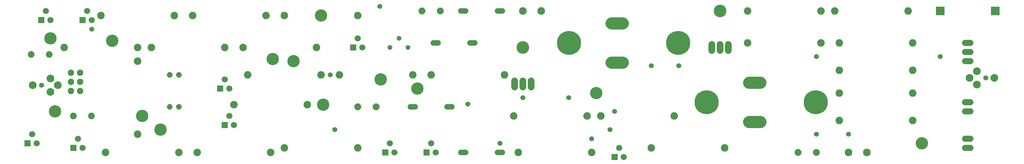
<source format=gbs>
G75*
G70*
%OFA0B0*%
%FSLAX24Y24*%
%IPPOS*%
%LPD*%
%AMOC8*
5,1,8,0,0,1.08239X$1,22.5*
%
%ADD10R,0.0670X0.0670*%
%ADD11C,0.0670*%
%ADD12OC8,0.0600*%
%ADD13C,0.0600*%
%ADD14C,0.0740*%
%ADD15C,0.1380*%
%ADD16C,0.1320*%
%ADD17C,0.2630*%
%ADD18R,0.0980X0.0980*%
%ADD19C,0.0820*%
%ADD20C,0.0680*%
%ADD21C,0.0840*%
%ADD22C,0.0552*%
%ADD23C,0.0520*%
%ADD24OC8,0.0680*%
%ADD25C,0.0730*%
%ADD26OC8,0.0710*%
%ADD27C,0.0830*%
%ADD28OC8,0.0830*%
%ADD29C,0.0540*%
%ADD30C,0.1346*%
D10*
X015331Y012180D03*
X010331Y012680D03*
X031831Y014680D03*
X031331Y018680D03*
X045831Y023180D03*
X016331Y026180D03*
X011831Y026180D03*
X049331Y011680D03*
X053831Y011680D03*
X074331Y011180D03*
D11*
X075331Y011180D03*
X074831Y012180D03*
X054831Y011680D03*
X054331Y012680D03*
X050331Y011680D03*
X049831Y012680D03*
X032831Y014680D03*
X032331Y015680D03*
X032331Y018680D03*
X031831Y019680D03*
X046331Y024180D03*
X046831Y023180D03*
X017331Y026180D03*
X016831Y027180D03*
X012831Y026180D03*
X012331Y027180D03*
X010831Y013680D03*
X011331Y012680D03*
X015831Y013180D03*
X016331Y012180D03*
D12*
X025831Y016680D03*
X026831Y016680D03*
X026831Y020180D03*
X025831Y020180D03*
D13*
X052071Y016680D02*
X052591Y016680D01*
X056071Y016680D02*
X056591Y016680D01*
X057571Y011680D02*
X058091Y011680D01*
X061571Y011680D02*
X062091Y011680D01*
X059091Y023680D02*
X058571Y023680D01*
X055091Y023680D02*
X054571Y023680D01*
X057571Y027180D02*
X058091Y027180D01*
X061571Y027180D02*
X062091Y027180D01*
D14*
X084931Y023510D02*
X084931Y022850D01*
X085831Y022850D02*
X085831Y023510D01*
X086731Y023510D02*
X086731Y022850D01*
X065231Y019510D02*
X065231Y018850D01*
X064331Y018850D02*
X064331Y019510D01*
X063431Y019510D02*
X063431Y018850D01*
D15*
X064331Y023180D03*
X085831Y027180D03*
D16*
X075251Y025830D02*
X074011Y025830D01*
X074011Y021530D02*
X075251Y021530D01*
X089011Y019330D02*
X090251Y019330D01*
X090251Y015030D02*
X089011Y015030D01*
D17*
X084381Y017180D03*
X096281Y017180D03*
X081281Y023680D03*
X069381Y023680D03*
D18*
X109831Y027180D03*
X115831Y027180D03*
D19*
X018831Y011680D03*
X022331Y013680D03*
X026831Y011680D03*
X028831Y011680D03*
X036831Y011680D03*
X038331Y012180D03*
X046331Y012180D03*
X040831Y016930D03*
X032831Y016930D03*
X034331Y020180D03*
X042331Y020180D03*
X044331Y020180D03*
X052331Y020180D03*
X054331Y020180D03*
X062331Y020180D03*
X063331Y015680D03*
X071331Y015680D03*
X072831Y015680D03*
X080831Y015680D03*
X078331Y012180D03*
X071831Y011680D03*
X063831Y011680D03*
X086331Y012180D03*
X098831Y015180D03*
X106831Y015180D03*
X106831Y018180D03*
X098831Y018180D03*
X098831Y020680D03*
X106831Y020680D03*
X106831Y023680D03*
X098831Y023680D03*
X096831Y023680D03*
X088831Y023680D03*
X088831Y027180D03*
X096831Y027180D03*
X098331Y027180D03*
X106331Y027180D03*
X046331Y026680D03*
X038331Y026680D03*
X036331Y026680D03*
X028331Y026680D03*
X026331Y026680D03*
X018331Y026680D03*
X022331Y023180D03*
X023831Y023180D03*
X022331Y021680D03*
X014331Y023180D03*
X031831Y023180D03*
X033831Y023180D03*
X041831Y023180D03*
D20*
X112531Y022680D02*
X113131Y022680D01*
X113131Y023680D02*
X112531Y023680D01*
X112531Y021680D02*
X113131Y021680D01*
X113131Y017180D02*
X112531Y017180D01*
X112531Y016180D02*
X113131Y016180D01*
X113131Y013180D02*
X112531Y013180D01*
X112531Y012180D02*
X113131Y012180D01*
D21*
X113822Y019127D03*
X113034Y019855D03*
X113822Y020583D03*
X115751Y019855D03*
X013628Y019055D03*
X012840Y018327D03*
X010911Y019055D03*
X012840Y019783D03*
D22*
X011856Y019055D03*
X114806Y019855D03*
D23*
X051815Y023188D03*
X049847Y023188D03*
X050831Y024172D03*
D24*
X016081Y020430D03*
X015081Y020430D03*
X015081Y019430D03*
X016081Y019430D03*
X016081Y018430D03*
X015081Y018430D03*
D25*
X015347Y015680D03*
X017315Y015680D03*
X012690Y022430D03*
X010722Y022430D03*
D26*
X046331Y016680D03*
X048331Y016680D03*
X053331Y027180D03*
X055331Y027180D03*
X094331Y011680D03*
X096331Y011680D03*
D27*
X099831Y011680D03*
X064331Y027180D03*
D28*
X066331Y027180D03*
X101831Y011680D03*
D29*
X099831Y013680D03*
X096331Y013680D03*
X074331Y016180D03*
X069331Y017680D03*
X064331Y017680D03*
X058331Y016980D03*
X071831Y013180D03*
X073831Y014180D03*
X061831Y012680D03*
X043831Y014180D03*
X043331Y020180D03*
X048731Y027680D03*
X078331Y021180D03*
X081331Y021180D03*
X096331Y022180D03*
X109831Y022180D03*
X017331Y025180D03*
D30*
X019581Y023930D03*
X012831Y024180D03*
X037081Y021930D03*
X039331Y021680D03*
X048831Y019680D03*
X052831Y018680D03*
X042581Y016930D03*
X024831Y014180D03*
X022831Y015680D03*
X013331Y016180D03*
X042331Y026680D03*
X072331Y018180D03*
X107831Y012680D03*
M02*

</source>
